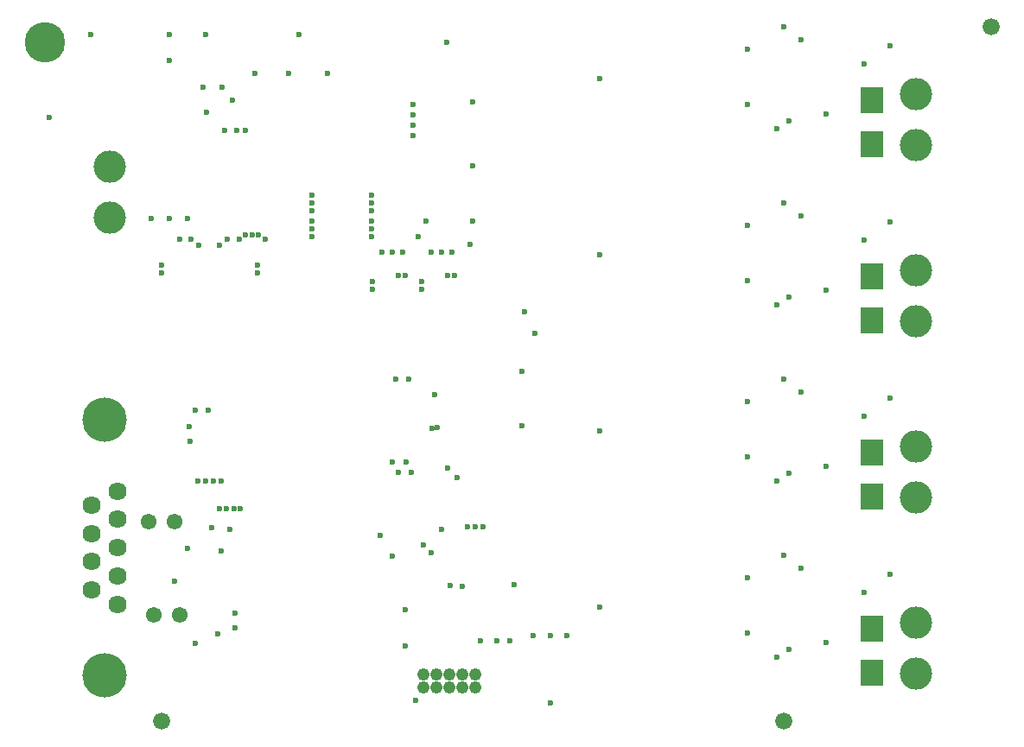
<source format=gbs>
G04*
G04 #@! TF.GenerationSoftware,Altium Limited,Altium Designer,20.1.11 (218)*
G04*
G04 Layer_Color=16711935*
%FSLAX25Y25*%
%MOIN*%
G70*
G04*
G04 #@! TF.SameCoordinates,72BFA0CC-D413-471F-905E-0F2E94EAAD8C*
G04*
G04*
G04 #@! TF.FilePolarity,Negative*
G04*
G01*
G75*
%ADD93C,0.06591*%
%ADD94C,0.04791*%
%ADD95C,0.12491*%
%ADD96C,0.06091*%
%ADD97C,0.07028*%
%ADD98C,0.17126*%
%ADD99C,0.02362*%
%ADD100C,0.15591*%
%ADD116R,0.09055X0.10236*%
D93*
X420000Y150000D02*
D03*
X180000D02*
D03*
X500000Y418000D02*
D03*
D94*
X301000Y168000D02*
D03*
Y163000D02*
D03*
X296000Y168000D02*
D03*
Y163000D02*
D03*
X291000Y168000D02*
D03*
Y163000D02*
D03*
X286000Y168000D02*
D03*
Y163000D02*
D03*
X281000Y168000D02*
D03*
Y163000D02*
D03*
D95*
X160000Y364000D02*
D03*
X160024Y344318D02*
D03*
X471024Y168318D02*
D03*
X471000Y188000D02*
D03*
X471024Y236318D02*
D03*
X471000Y256000D02*
D03*
X471024Y304318D02*
D03*
X471000Y324000D02*
D03*
X471024Y372318D02*
D03*
X471000Y392000D02*
D03*
D96*
X175000Y227000D02*
D03*
X185000D02*
D03*
X177000Y191000D02*
D03*
X187000D02*
D03*
D97*
X153000Y233150D02*
D03*
Y222244D02*
D03*
Y211378D02*
D03*
Y200472D02*
D03*
X163000Y195000D02*
D03*
Y205906D02*
D03*
Y216811D02*
D03*
Y227716D02*
D03*
Y238622D02*
D03*
D98*
X158000Y167598D02*
D03*
Y266024D02*
D03*
D99*
X281000Y218000D02*
D03*
X271500Y246000D02*
D03*
X183000Y405000D02*
D03*
X152885Y414868D02*
D03*
X136885Y382868D02*
D03*
X233000Y415000D02*
D03*
X244000Y400000D02*
D03*
X220000Y336000D02*
D03*
X215000Y337500D02*
D03*
X299000Y334000D02*
D03*
X290000Y412000D02*
D03*
X300000Y389000D02*
D03*
X300004Y364141D02*
D03*
X300000Y343000D02*
D03*
X279000Y337000D02*
D03*
X282000Y343000D02*
D03*
X265000Y331000D02*
D03*
X269000D02*
D03*
X273000D02*
D03*
X292000D02*
D03*
X288000D02*
D03*
X284000D02*
D03*
X285500Y276000D02*
D03*
X294000Y244000D02*
D03*
X290500Y247500D02*
D03*
X286611Y263074D02*
D03*
X284500Y263000D02*
D03*
X261500Y319500D02*
D03*
Y316500D02*
D03*
X280500D02*
D03*
Y319500D02*
D03*
X274000Y322000D02*
D03*
X271500D02*
D03*
X290500D02*
D03*
X293000D02*
D03*
X261000Y343000D02*
D03*
Y337000D02*
D03*
X238000D02*
D03*
Y340000D02*
D03*
X261000D02*
D03*
X426949Y208952D02*
D03*
X417500Y174514D02*
D03*
X406028Y205018D02*
D03*
X406000Y184000D02*
D03*
X349000Y194000D02*
D03*
X451000Y199500D02*
D03*
X420000Y214000D02*
D03*
X461000Y206500D02*
D03*
X436500Y180200D02*
D03*
X422000Y177500D02*
D03*
X426949Y276952D02*
D03*
X417500Y242514D02*
D03*
X406028Y273018D02*
D03*
X406000Y252000D02*
D03*
X349000Y262000D02*
D03*
X451000Y267500D02*
D03*
X420000Y282000D02*
D03*
X461000Y274500D02*
D03*
X436500Y248200D02*
D03*
X422000Y245500D02*
D03*
X426949Y344952D02*
D03*
X417500Y310514D02*
D03*
X406028Y341018D02*
D03*
X406000Y320000D02*
D03*
X349000Y330000D02*
D03*
X451000Y335500D02*
D03*
X420000Y350000D02*
D03*
X461000Y342500D02*
D03*
X436500Y316200D02*
D03*
X422000Y313500D02*
D03*
X277000Y376000D02*
D03*
Y380000D02*
D03*
Y384000D02*
D03*
Y388000D02*
D03*
X336423Y183000D02*
D03*
X193000Y270000D02*
D03*
X198000D02*
D03*
X349000Y398000D02*
D03*
X210000Y336000D02*
D03*
X203500Y394500D02*
D03*
X216000Y400000D02*
D03*
X229000D02*
D03*
X207500Y389500D02*
D03*
X196000Y394500D02*
D03*
X197500Y385000D02*
D03*
X204500Y378000D02*
D03*
X209000D02*
D03*
X212500D02*
D03*
X275500Y282000D02*
D03*
X270500D02*
D03*
X183000Y415000D02*
D03*
X197000D02*
D03*
X426949Y412952D02*
D03*
X417500Y378515D02*
D03*
X406028Y409018D02*
D03*
X406000Y388000D02*
D03*
X451000Y403500D02*
D03*
X420000Y418000D02*
D03*
X461000Y410500D02*
D03*
X436500Y384200D02*
D03*
X422000Y381500D02*
D03*
X324000Y299500D02*
D03*
X208500Y191500D02*
D03*
Y186000D02*
D03*
X201658Y183500D02*
D03*
X203000Y215500D02*
D03*
X206500Y224000D02*
D03*
X199600Y224500D02*
D03*
X203000Y242500D02*
D03*
X197000D02*
D03*
X191000Y258000D02*
D03*
X190900Y263600D02*
D03*
X200000Y242500D02*
D03*
X194000D02*
D03*
X210500Y232000D02*
D03*
X208000D02*
D03*
X205000D02*
D03*
X202500D02*
D03*
X185000Y204000D02*
D03*
X205500Y336000D02*
D03*
X202500Y333500D02*
D03*
X194500D02*
D03*
X191500Y336000D02*
D03*
X187000D02*
D03*
X190000Y344000D02*
D03*
X183000D02*
D03*
X176000D02*
D03*
X217500Y337500D02*
D03*
X212500D02*
D03*
X238000Y347000D02*
D03*
Y350000D02*
D03*
Y353000D02*
D03*
Y343000D02*
D03*
X261000Y347000D02*
D03*
Y350000D02*
D03*
Y353000D02*
D03*
X180000Y326000D02*
D03*
Y323000D02*
D03*
X217000D02*
D03*
Y326000D02*
D03*
X330000Y157000D02*
D03*
X323483Y183000D02*
D03*
X330000D02*
D03*
X304000Y225000D02*
D03*
X301000D02*
D03*
X298000D02*
D03*
X296000Y202000D02*
D03*
X288000Y224000D02*
D03*
X274500Y250000D02*
D03*
X269000D02*
D03*
X291500Y202116D02*
D03*
X268994Y213399D02*
D03*
X274000Y179000D02*
D03*
Y193000D02*
D03*
X276500Y246000D02*
D03*
X303000Y181000D02*
D03*
X314500D02*
D03*
X309500D02*
D03*
X320000Y308000D02*
D03*
X319000Y285000D02*
D03*
Y264000D02*
D03*
X264500Y221500D02*
D03*
X284000Y215000D02*
D03*
X278000Y158000D02*
D03*
X190000Y216500D02*
D03*
X193000Y180000D02*
D03*
X316000Y202500D02*
D03*
D100*
X135000Y412000D02*
D03*
D116*
X454000Y168571D02*
D03*
Y185500D02*
D03*
Y236571D02*
D03*
Y253500D02*
D03*
Y304571D02*
D03*
Y321500D02*
D03*
Y372571D02*
D03*
Y389500D02*
D03*
M02*

</source>
